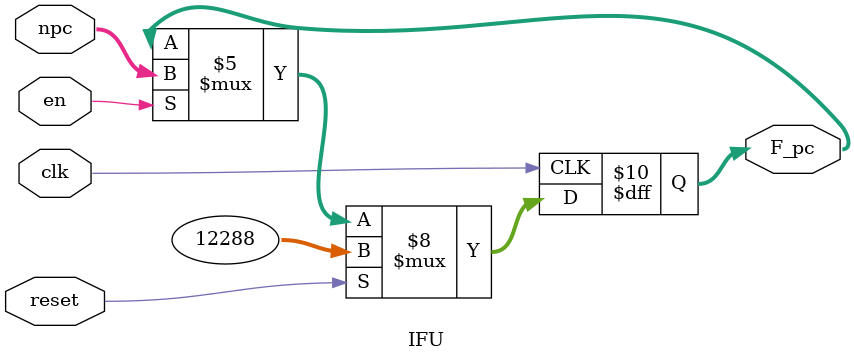
<source format=v>
`timescale 1ns / 1ps
module IFU(
    input en,
    input clk,
    input reset,
    input [31:0] npc,
    output reg  [31:0] F_pc
    );
	
	 initial begin
	      F_pc <= 32'h0000_3000;
	 end
    always@(posedge clk) begin
	      if ( reset == 1'b1 ) begin
			      F_pc <= 32'h0000_3000;
			end
			else begin
			      if ( en == 1'b1 ) begin
					    F_pc <= npc;
					end
			end
	 end

endmodule

</source>
